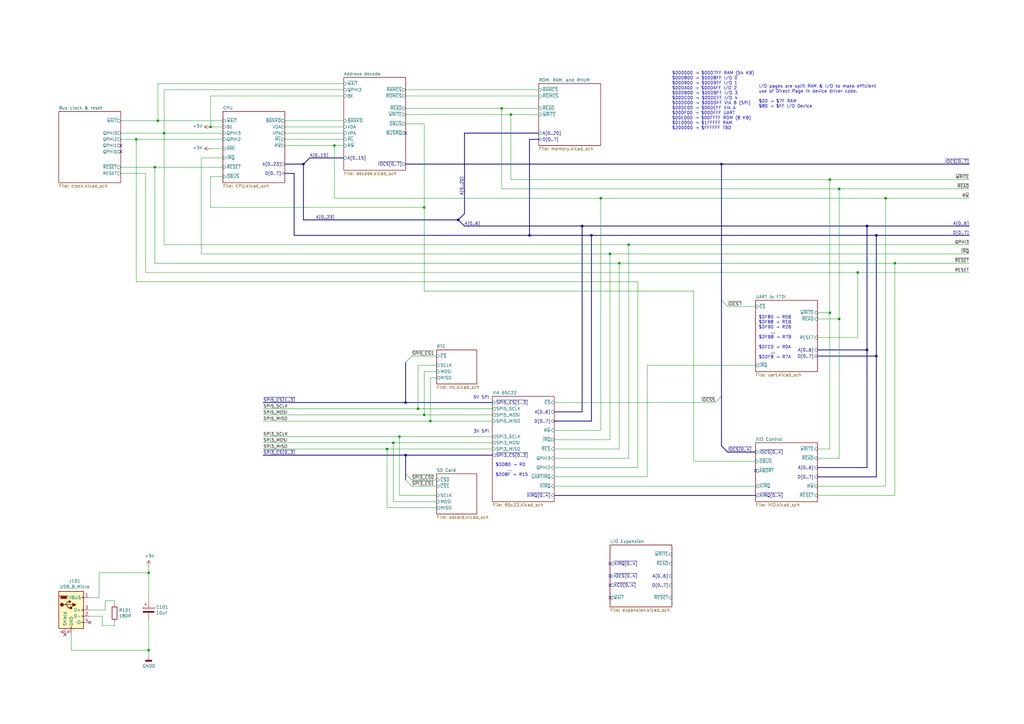
<source format=kicad_sch>
(kicad_sch (version 20211123) (generator eeschema)
  (paper "A3")
  (title_block (title "W65C816S Computer") (date "2020-03-01") (rev "A01") (company "Calle Englund"))
  (lib_symbols
    (symbol "Device:R" (pin_numbers hide) (pin_names (offset 0))
      (property "Reference" "R" (at 2.032 0 90))
      (property "Value" "R" (at 0 0 90))
      (symbol "R_0_1"
        (rectangle (start -1.016 -2.54) (end 1.016 2.54) (stroke (width 0.254)))
      )
      (symbol "R_1_1"
        (pin passive line (at 0 3.81 270) (length 1.27) (name "~") (number "1"))
        (pin passive line (at 0 -3.81 90) (length 1.27) (name "~") (number "2"))
      )
    )
    (symbol "X65C816-rescue:CP-Device" (pin_numbers hide) (pin_names (offset 0.254))
      (property "Reference" "C" (at 0.635 2.54 0))
      (property "Value" "CP-Device" (at 0.635 -2.54 0))
      (symbol "CP-Device_0_1"
        (rectangle (start -2.286 0.508) (end 2.286 1.016))
        (polyline (pts (xy -1.778 2.286) (xy -0.762 2.286)))
        (polyline (pts (xy -1.27 2.794) (xy -1.27 1.778)))
        (rectangle (start 2.286 -0.508) (end -2.286 -1.016) (fill (type outline)))
      )
      (symbol "CP-Device_1_1"
        (pin passive line (at 0 3.81 270) (length 2.794) (name "~") (number "1"))
        (pin passive line (at 0 -3.81 90) (length 2.794) (name "~") (number "2"))
      )
    )
    (symbol "X65C816-rescue:USB_B_Micro-Connector" (pin_names (offset 1.016))
      (property "Reference" "J" (at -5.08 11.43 0))
      (property "Value" "USB_B_Micro-Connector" (at -5.08 8.89 0))
      (symbol "USB_B_Micro-Connector_0_1"
        (rectangle (start -5.08 -7.62) (end 5.08 7.62) (stroke (width 0.254)) (fill (type background)))
        (circle (center -3.81 2.159) (radius 0.635) (stroke (width 0.254)) (fill (type outline)))
        (circle (center -0.635 3.429) (radius 0.381) (stroke (width 0.254)) (fill (type outline)))
        (rectangle (start -0.127 -7.62) (end 0.127 -6.858))
        (polyline (pts (xy -1.905 2.159) (xy 0.635 2.159)) (stroke (width 0.254)))
        (polyline (pts (xy -3.175 2.159) (xy -2.54 2.159) (xy -1.27 3.429) (xy -0.635 3.429)) (stroke (width 0.254)))
        (polyline (pts (xy -2.54 2.159) (xy -1.905 2.159) (xy -1.27 0.889) (xy 0 0.889)) (stroke (width 0.254)))
        (polyline (pts (xy 0.635 2.794) (xy 0.635 1.524) (xy 1.905 2.159) (xy 0.635 2.794)) (stroke (width 0.254)) (fill (type outline)))
        (polyline (pts (xy -4.318 5.588) (xy -1.778 5.588) (xy -2.032 4.826) (xy -4.064 4.826) (xy -4.318 5.588)) (fill (type outline)))
        (polyline (pts (xy -4.699 5.842) (xy -4.699 5.588) (xy -4.445 4.826) (xy -4.445 4.572) (xy -1.651 4.572) (xy -1.651 4.826) (xy -1.397 5.588) (xy -1.397 5.842) (xy -4.699 5.842)))
        (rectangle (start 0.254 1.27) (end -0.508 0.508) (stroke (width 0.254)) (fill (type outline)))
        (rectangle (start 5.08 -5.207) (end 4.318 -4.953))
        (rectangle (start 5.08 -2.667) (end 4.318 -2.413))
        (rectangle (start 5.08 -0.127) (end 4.318 0.127))
        (rectangle (start 5.08 4.953) (end 4.318 5.207))
      )
      (symbol "USB_B_Micro-Connector_1_1"
        (pin power_out line (at 7.62 5.08 180) (length 2.54) (name "VBUS") (number "1"))
        (pin passive line (at 7.62 -2.54 180) (length 2.54) (name "D-") (number "2"))
        (pin passive line (at 7.62 0 180) (length 2.54) (name "D+") (number "3"))
        (pin passive line (at 7.62 -5.08 180) (length 2.54) (name "ID") (number "4"))
        (pin power_out line (at 0 -10.16 90) (length 2.54) (name "GND") (number "5"))
        (pin passive line (at -2.54 -10.16 90) (length 2.54) (name "Shield") (number "6"))
      )
    )
    (symbol "power:+5V" (power) (pin_names (offset 0))
      (property "Value" "+5V" (at 0 3.556 0))
      (symbol "+5V_0_1"
        (polyline (pts (xy -0.762 1.27) (xy 0 2.54)))
        (polyline (pts (xy 0 0) (xy 0 2.54)))
        (polyline (pts (xy 0 2.54) (xy 0.762 1.27)))
      )
      (symbol "+5V_1_1"
        (pin power_in line (at 0 0 90) (length 0) hide (name "+5V") (number "1"))
      )
    )
    (symbol "power:GNDD" (power) (pin_names (offset 0))
      (property "Value" "GNDD" (at 0 -3.175 0))
      (symbol "GNDD_0_1"
        (rectangle (start -1.27 -1.524) (end 1.27 -2.032) (stroke (width 0.254)) (fill (type outline)))
        (polyline (pts (xy 0 0) (xy 0 -1.524)))
      )
      (symbol "GNDD_1_1"
        (pin power_in line (at 0 0 270) (length 0) hide (name "GNDD") (number "1"))
      )
    )
  )
  (junction (at 355.6 143.51))
  (junction (at 63.5 68.58))
  (junction (at 351.79 111.76))
  (junction (at 363.22 81.28))
  (junction (at 60.96 266.7))
  (junction (at 86.36 52.07))
  (junction (at 209.55 46.99))
  (junction (at 242.57 96.52))
  (junction (at 344.17 77.47))
  (junction (at 166.37 186.69))
  (junction (at 161.29 181.61))
  (junction (at 340.36 128.27))
  (junction (at 254 107.95))
  (junction (at 367.03 107.95))
  (junction (at 67.31 54.61))
  (junction (at 250.19 104.14))
  (junction (at 176.53 172.72))
  (junction (at 355.6 92.71))
  (junction (at 64.77 49.53))
  (junction (at 187.96 90.17))
  (junction (at 246.38 81.28))
  (junction (at 359.41 146.05))
  (junction (at 257.81 100.33))
  (junction (at 340.36 73.66))
  (junction (at 166.37 165.1))
  (junction (at 137.16 59.69))
  (junction (at 295.91 67.31))
  (junction (at 124.46 67.31))
  (junction (at 163.83 179.07))
  (junction (at 171.45 167.64))
  (junction (at 205.74 44.45))
  (junction (at 158.75 184.15))
  (junction (at 238.76 92.71))
  (junction (at 359.41 96.52))
  (junction (at 173.99 85.09))
  (junction (at 173.99 170.18))
  (junction (at 217.17 96.52))
  (junction (at 344.17 130.81))
  (junction (at 55.88 57.15))
  (junction (at 60.96 234.95))
  (no_connect (at 250.19 236.22))
  (no_connect (at 49.53 62.23))
  (no_connect (at 49.53 59.69))
  (no_connect (at 250.19 231.14))
  (no_connect (at 26.67 260.35))
  (no_connect (at 250.19 240.03))
  (no_connect (at 250.19 245.11))
  (no_connect (at 309.88 193.04))
  (no_connect (at 166.37 54.61))
  (no_connect (at 36.83 255.27))
  (bus_entry (at 166.37 194.31) (size 2.54 2.54))
  (bus_entry (at 166.37 196.85) (size 2.54 2.54))
  (bus_entry (at 295.91 123.19) (size 2.54 2.54))
  (bus_entry (at 293.37 165.1) (size 2.54 -2.54))
  (bus_entry (at 168.91 146.05) (size -2.54 2.54))
  (bus (pts (xy 190.5 87.63) (xy 190.5 54.61)))
  (wire (pts (xy 351.79 138.43) (xy 351.79 111.76)))
  (bus (pts (xy 124.46 67.31) (xy 124.46 90.17)))
  (bus (pts (xy 217.17 96.52) (xy 242.57 96.52)))
  (wire (pts (xy 140.97 52.07) (xy 116.84 52.07)))
  (wire (pts (xy 363.22 81.28) (xy 397.51 81.28)))
  (wire (pts (xy 179.07 146.05) (xy 168.91 146.05)))
  (wire (pts (xy 220.98 46.99) (xy 209.55 46.99)))
  (wire (pts (xy 36.83 250.19) (xy 43.18 250.19)))
  (wire (pts (xy 284.48 119.38) (xy 284.48 189.23)))
  (wire (pts (xy 91.44 52.07) (xy 86.36 52.07)))
  (wire (pts (xy 173.99 50.8) (xy 166.37 50.8)))
  (bus (pts (xy 220.98 57.15) (xy 217.17 57.15)))
  (bus (pts (xy 120.65 96.52) (xy 217.17 96.52)))
  (wire (pts (xy 257.81 187.96) (xy 227.33 187.96)))
  (wire (pts (xy 137.16 59.69) (xy 140.97 59.69)))
  (wire (pts (xy 335.28 130.81) (xy 344.17 130.81)))
  (wire (pts (xy 161.29 205.74) (xy 179.07 205.74)))
  (wire (pts (xy 86.36 85.09) (xy 173.99 85.09)))
  (wire (pts (xy 205.74 77.47) (xy 344.17 77.47)))
  (wire (pts (xy 254 107.95) (xy 367.03 107.95)))
  (bus (pts (xy 295.91 162.56) (xy 295.91 182.88)))
  (bus (pts (xy 187.96 90.17) (xy 190.5 87.63)))
  (bus (pts (xy 335.28 146.05) (xy 359.41 146.05)))
  (bus (pts (xy 217.17 57.15) (xy 217.17 96.52)))
  (wire (pts (xy 116.84 49.53) (xy 140.97 49.53)))
  (wire (pts (xy 254 107.95) (xy 254 184.15)))
  (wire (pts (xy 179.07 152.4) (xy 173.99 152.4)))
  (wire (pts (xy 91.44 72.39) (xy 86.36 72.39)))
  (wire (pts (xy 107.95 172.72) (xy 176.53 172.72)))
  (wire (pts (xy 91.44 54.61) (xy 67.31 54.61)))
  (bus (pts (xy 107.95 165.1) (xy 166.37 165.1)))
  (bus (pts (xy 116.84 71.12) (xy 120.65 71.12)))
  (wire (pts (xy 209.55 73.66) (xy 340.36 73.66)))
  (wire (pts (xy 60.96 234.95) (xy 60.96 246.38)))
  (bus (pts (xy 359.41 96.52) (xy 397.51 96.52)))
  (wire (pts (xy 344.17 130.81) (xy 344.17 77.47)))
  (wire (pts (xy 344.17 77.47) (xy 397.51 77.47)))
  (wire (pts (xy 46.99 255.27) (xy 46.99 256.54)))
  (bus (pts (xy 242.57 96.52) (xy 359.41 96.52)))
  (wire (pts (xy 284.48 119.38) (xy 173.99 119.38)))
  (wire (pts (xy 309.88 125.73) (xy 298.45 125.73)))
  (wire (pts (xy 205.74 44.45) (xy 220.98 44.45)))
  (wire (pts (xy 63.5 107.95) (xy 254 107.95)))
  (wire (pts (xy 205.74 44.45) (xy 205.74 77.47)))
  (wire (pts (xy 209.55 46.99) (xy 209.55 73.66)))
  (bus (pts (xy 227.33 203.2) (xy 309.88 203.2)))
  (bus (pts (xy 190.5 92.71) (xy 238.76 92.71)))
  (wire (pts (xy 261.62 191.77) (xy 261.62 115.57)))
  (wire (pts (xy 40.64 234.95) (xy 60.96 234.95)))
  (bus (pts (xy 107.95 186.69) (xy 166.37 186.69)))
  (wire (pts (xy 86.36 72.39) (xy 86.36 85.09)))
  (bus (pts (xy 227.33 168.91) (xy 238.76 168.91)))
  (bus (pts (xy 359.41 146.05) (xy 359.41 195.58)))
  (wire (pts (xy 171.45 149.86) (xy 171.45 167.64)))
  (wire (pts (xy 46.99 246.38) (xy 46.99 247.65)))
  (wire (pts (xy 158.75 184.15) (xy 158.75 208.28)))
  (wire (pts (xy 41.91 256.54) (xy 41.91 252.73)))
  (wire (pts (xy 36.83 245.11) (xy 40.64 245.11)))
  (wire (pts (xy 59.69 111.76) (xy 351.79 111.76)))
  (bus (pts (xy 220.98 54.61) (xy 190.5 54.61)))
  (bus (pts (xy 295.91 67.31) (xy 295.91 123.19)))
  (wire (pts (xy 140.97 34.29) (xy 64.77 34.29)))
  (wire (pts (xy 250.19 104.14) (xy 397.51 104.14)))
  (wire (pts (xy 209.55 46.99) (xy 166.37 46.99)))
  (wire (pts (xy 86.36 39.37) (xy 140.97 39.37)))
  (wire (pts (xy 140.97 36.83) (xy 67.31 36.83)))
  (wire (pts (xy 163.83 179.07) (xy 107.95 179.07)))
  (wire (pts (xy 137.16 81.28) (xy 246.38 81.28)))
  (bus (pts (xy 120.65 71.12) (xy 120.65 96.52)))
  (wire (pts (xy 309.88 189.23) (xy 284.48 189.23)))
  (wire (pts (xy 91.44 68.58) (xy 63.5 68.58)))
  (wire (pts (xy 309.88 199.39) (xy 227.33 199.39)))
  (wire (pts (xy 116.84 59.69) (xy 137.16 59.69)))
  (wire (pts (xy 168.91 196.85) (xy 179.07 196.85)))
  (wire (pts (xy 166.37 44.45) (xy 205.74 44.45)))
  (bus (pts (xy 335.28 143.51) (xy 355.6 143.51)))
  (wire (pts (xy 363.22 199.39) (xy 335.28 199.39)))
  (bus (pts (xy 116.84 67.31) (xy 124.46 67.31)))
  (wire (pts (xy 59.69 71.12) (xy 59.69 111.76)))
  (wire (pts (xy 176.53 172.72) (xy 201.93 172.72)))
  (bus (pts (xy 166.37 194.31) (xy 166.37 196.85)))
  (wire (pts (xy 344.17 130.81) (xy 344.17 187.96)))
  (bus (pts (xy 355.6 143.51) (xy 355.6 191.77)))
  (wire (pts (xy 161.29 181.61) (xy 201.93 181.61)))
  (wire (pts (xy 41.91 252.73) (xy 36.83 252.73)))
  (wire (pts (xy 158.75 208.28) (xy 179.07 208.28)))
  (wire (pts (xy 107.95 167.64) (xy 171.45 167.64)))
  (wire (pts (xy 344.17 187.96) (xy 335.28 187.96)))
  (wire (pts (xy 91.44 60.96) (xy 86.36 60.96)))
  (wire (pts (xy 60.96 232.41) (xy 60.96 234.95)))
  (bus (pts (xy 124.46 67.31) (xy 127 64.77)))
  (wire (pts (xy 107.95 170.18) (xy 173.99 170.18)))
  (wire (pts (xy 158.75 184.15) (xy 201.93 184.15)))
  (wire (pts (xy 60.96 269.24) (xy 60.96 266.7)))
  (wire (pts (xy 49.53 57.15) (xy 55.88 57.15)))
  (wire (pts (xy 163.83 179.07) (xy 163.83 203.2)))
  (wire (pts (xy 161.29 181.61) (xy 161.29 205.74)))
  (wire (pts (xy 40.64 245.11) (xy 40.64 234.95)))
  (bus (pts (xy 355.6 92.71) (xy 397.51 92.71)))
  (wire (pts (xy 168.91 199.39) (xy 179.07 199.39)))
  (wire (pts (xy 163.83 203.2) (xy 179.07 203.2)))
  (wire (pts (xy 67.31 36.83) (xy 67.31 54.61)))
  (wire (pts (xy 137.16 59.69) (xy 137.16 81.28)))
  (wire (pts (xy 116.84 54.61) (xy 140.97 54.61)))
  (wire (pts (xy 340.36 128.27) (xy 340.36 73.66)))
  (bus (pts (xy 242.57 96.52) (xy 242.57 172.72)))
  (bus (pts (xy 127 64.77) (xy 140.97 64.77)))
  (wire (pts (xy 49.53 71.12) (xy 59.69 71.12)))
  (wire (pts (xy 250.19 104.14) (xy 250.19 180.34)))
  (wire (pts (xy 171.45 167.64) (xy 201.93 167.64)))
  (wire (pts (xy 173.99 85.09) (xy 173.99 50.8)))
  (wire (pts (xy 179.07 154.94) (xy 176.53 154.94)))
  (wire (pts (xy 67.31 100.33) (xy 257.81 100.33)))
  (wire (pts (xy 43.18 250.19) (xy 43.18 246.38)))
  (wire (pts (xy 246.38 81.28) (xy 246.38 176.53)))
  (wire (pts (xy 176.53 154.94) (xy 176.53 172.72)))
  (bus (pts (xy 166.37 186.69) (xy 166.37 194.31)))
  (bus (pts (xy 166.37 148.59) (xy 166.37 165.1)))
  (wire (pts (xy 265.43 149.86) (xy 309.88 149.86)))
  (wire (pts (xy 91.44 49.53) (xy 64.77 49.53)))
  (wire (pts (xy 367.03 107.95) (xy 367.03 203.2)))
  (bus (pts (xy 295.91 67.31) (xy 397.51 67.31)))
  (wire (pts (xy 351.79 111.76) (xy 397.51 111.76)))
  (wire (pts (xy 46.99 256.54) (xy 41.91 256.54)))
  (wire (pts (xy 340.36 73.66) (xy 397.51 73.66)))
  (wire (pts (xy 67.31 54.61) (xy 49.53 54.61)))
  (wire (pts (xy 257.81 100.33) (xy 397.51 100.33)))
  (wire (pts (xy 265.43 195.58) (xy 227.33 195.58)))
  (wire (pts (xy 265.43 149.86) (xy 265.43 195.58)))
  (wire (pts (xy 227.33 184.15) (xy 254 184.15)))
  (wire (pts (xy 220.98 36.83) (xy 166.37 36.83)))
  (wire (pts (xy 246.38 81.28) (xy 363.22 81.28)))
  (wire (pts (xy 29.21 266.7) (xy 60.96 266.7)))
  (wire (pts (xy 55.88 57.15) (xy 91.44 57.15)))
  (bus (pts (xy 238.76 92.71) (xy 238.76 168.91)))
  (wire (pts (xy 227.33 191.77) (xy 261.62 191.77)))
  (wire (pts (xy 64.77 49.53) (xy 49.53 49.53)))
  (bus (pts (xy 227.33 172.72) (xy 242.57 172.72)))
  (bus (pts (xy 166.37 67.31) (xy 295.91 67.31)))
  (bus (pts (xy 295.91 123.19) (xy 295.91 162.56)))
  (wire (pts (xy 43.18 246.38) (xy 46.99 246.38)))
  (wire (pts (xy 82.55 104.14) (xy 250.19 104.14)))
  (wire (pts (xy 86.36 39.37) (xy 86.36 52.07)))
  (wire (pts (xy 63.5 68.58) (xy 49.53 68.58)))
  (wire (pts (xy 29.21 260.35) (xy 29.21 266.7)))
  (bus (pts (xy 359.41 195.58) (xy 335.28 195.58)))
  (wire (pts (xy 173.99 152.4) (xy 173.99 170.18)))
  (wire (pts (xy 158.75 184.15) (xy 107.95 184.15)))
  (wire (pts (xy 367.03 107.95) (xy 397.51 107.95)))
  (wire (pts (xy 55.88 57.15) (xy 55.88 115.57)))
  (wire (pts (xy 340.36 128.27) (xy 340.36 184.15)))
  (wire (pts (xy 64.77 34.29) (xy 64.77 49.53)))
  (bus (pts (xy 166.37 186.69) (xy 201.93 186.69)))
  (wire (pts (xy 166.37 39.37) (xy 220.98 39.37)))
  (wire (pts (xy 335.28 128.27) (xy 340.36 128.27)))
  (bus (pts (xy 238.76 92.71) (xy 355.6 92.71)))
  (bus (pts (xy 124.46 90.17) (xy 187.96 90.17)))
  (bus (pts (xy 187.96 90.17) (xy 190.5 92.71)))
  (wire (pts (xy 367.03 203.2) (xy 335.28 203.2)))
  (wire (pts (xy 173.99 170.18) (xy 201.93 170.18)))
  (bus (pts (xy 309.88 185.42) (xy 298.45 185.42)))
  (wire (pts (xy 227.33 165.1) (xy 293.37 165.1)))
  (bus (pts (xy 335.28 191.77) (xy 355.6 191.77)))
  (wire (pts (xy 363.22 81.28) (xy 363.22 199.39)))
  (wire (pts (xy 67.31 54.61) (xy 67.31 100.33)))
  (wire (pts (xy 163.83 179.07) (xy 201.93 179.07)))
  (wire (pts (xy 63.5 68.58) (xy 63.5 107.95)))
  (wire (pts (xy 161.29 181.61) (xy 107.95 181.61)))
  (wire (pts (xy 227.33 180.34) (xy 250.19 180.34)))
  (wire (pts (xy 91.44 64.77) (xy 82.55 64.77)))
  (wire (pts (xy 227.33 176.53) (xy 246.38 176.53)))
  (wire (pts (xy 55.88 115.57) (xy 261.62 115.57)))
  (bus (pts (xy 166.37 165.1) (xy 201.93 165.1)))
  (wire (pts (xy 179.07 149.86) (xy 171.45 149.86)))
  (bus (pts (xy 295.91 182.88) (xy 298.45 185.42)))
  (wire (pts (xy 140.97 57.15) (xy 116.84 57.15)))
  (wire (pts (xy 173.99 119.38) (xy 173.99 85.09)))
  (wire (pts (xy 340.36 184.15) (xy 335.28 184.15)))
  (wire (pts (xy 82.55 64.77) (xy 82.55 104.14)))
  (wire (pts (xy 257.81 100.33) (xy 257.81 187.96)))
  (wire (pts (xy 335.28 138.43) (xy 351.79 138.43)))
  (wire (pts (xy 60.96 254) (xy 60.96 266.7)))
  (bus (pts (xy 359.41 146.05) (xy 359.41 96.52)))
  (bus (pts (xy 355.6 92.71) (xy 355.6 143.51)))
  (text "$000000 → $00D7FF RAM (54 KB)\n$00D800 → $00D8FF I/O 0\n$00D900 → $00D9FF I/O 1\n$00DA00 → $00DAFF I/O 2\n$00DB00 → $00DBFF I/O 3\n$00DC00 → $00DCFF I/O 4\n$00DD00 → $00DDFF VIA B (SPI)\n$00DE00 → $00DEFF VIA A\n$00DF00 → $00DFFF UART\n$00E000 → $00FFFF ROM (8 KB)\n$010000 → $1FFFFF RAM\n$200000 → $FFFFFF TBD" (at 275.59 53.34 0) (effects (font (size 1.27 1.27)) (justify left bottom)))
  (text "5V SPI" (at 200.66 163.83 180) (effects (font (size 1.27 1.27)) (justify right bottom)))
  (text "$DD80 → R0\n     …\n$DD8F → R15" (at 203.2 195.58 0) (effects (font (size 1.27 1.27)) (justify left bottom)))
  (text "I/O pages are split RAM & I/O to make efficient \nuse of Direct Page in device driver code.\n\n$00 → $7F RAM\n$80 → $FF I/O Device" (at 311.15 44.45 0) (effects (font (size 1.27 1.27)) (justify left bottom)))
  (text "$DF80 → R0B\n$DF88 → R1B\n$DF90 → R2B\n     …\n$DFB8 → R7B\n\n$DFC0 → R0A\n     …\n$DDF8 → R7A" (at 311.15 147.32 0) (effects (font (size 1.27 1.27)) (justify left bottom)))
  (text "3V SPI" (at 200.66 177.8 180) (effects (font (size 1.27 1.27)) (justify right bottom)))
  (label "~{SPI3_CS0}" (at 168.91 196.85 0))
  (label "~{IOCS[0..7]}" (at 397.51 67.31 180))
  (label "SPI5_MOSI" (at 107.95 170.18 0))
  (label "~{IOCS7}" (at 298.45 125.73 0))
  (label "A[0..23]" (at 129.54 90.17 0))
  (label "SPI5_SCLK" (at 107.95 167.64 0))
  (label "~{IRQ}" (at 397.51 104.14 180))
  (label "~{SPI3_CS[0..3]}" (at 107.95 186.69 0))
  (label "D[0..7]" (at 397.51 96.52 180))
  (label "SPI3_MISO" (at 107.95 184.15 0))
  (label "~{SPI5_CS[1..3]}" (at 107.95 165.1 0))
  (label "~{READ}" (at 397.51 77.47 180))
  (label "A[0..6]" (at 190.5 92.71 0))
  (label "~{WRITE}" (at 397.51 73.66 180))
  (label "QPHI3" (at 397.51 100.33 180))
  (label "SPI3_SCLK" (at 107.95 179.07 0))
  (label "R~{W}" (at 397.51 81.28 180))
  (label "RESET" (at 397.51 111.76 180))
  (label "~{IOCS[0..4]}" (at 298.45 185.42 0))
  (label "A[0..15]" (at 127 64.77 0))
  (label "~{RESET}" (at 397.51 107.95 180))
  (label "~{SPI3_CS1}" (at 168.91 199.39 0))
  (label "SPI5_MISO" (at 107.95 172.72 0))
  (label "SPI3_MOSI" (at 107.95 181.61 0))
  (label "A[0..6]" (at 397.51 92.71 180))
  (label "A[0..20]" (at 190.5 80.01 90))
  (label "~{SPI5_CS1}" (at 168.91 146.05 0))
  (label "~{IOCS5}" (at 293.37 165.1 180))
  (symbol (lib_id "X65C816-rescue:CP-Device") (at 60.96 250.19 0) (unit 1)
    (property "Reference" "C101" (at 63.9572 249.0216 0) (effects (justify left)))
    (property "Value" "10uF" (at 63.9572 251.333 0) (effects (justify left)))
    (property "Footprint" "Capacitor_Tantalum_SMD:CP_EIA-7360-38_Kemet-E_Pad2.25x4.25mm_HandSolder" (effects hide))
  )
  (symbol (lib_id "X65C816-rescue:USB_B_Micro-Connector") (at 29.21 250.19 0) (unit 1)
    (property "Reference" "J101" (at 30.6578 238.3282 0))
    (property "Value" "USB_B_Micro" (at 30.6578 240.6396 0))
    (property "Footprint" "Connector_USB:USB_Micro-B_Molex-105017-0001" (effects hide))
  )
  (symbol (lib_id "Device:R") (at 46.99 251.46 0) (unit 1)
    (property "Reference" "R101" (at 48.768 250.2916 0) (effects (justify left)))
    (property "Value" "180R" (at 48.768 252.603 0) (effects (justify left)))
    (property "Footprint" "Resistor_SMD:R_0805_2012Metric_Pad1.15x1.40mm_HandSolder" (effects hide))
  )
  (symbol (lib_id "power:+5V") (at 60.96 232.41 0) (unit 1)
    (property "Reference" "#PWR0101" (effects hide))
    (property "Value" "+5V" (at 61.341 228.0158 0))
  )
  (symbol (lib_id "power:GNDD") (at 60.96 269.24 0) (unit 1)
    (property "Reference" "#PWR0102" (effects hide))
    (property "Value" "GNDD" (at 61.0616 273.177 0))
  )
  (symbol (lib_id "power:+5V") (at 86.36 60.96 90) (unit 1)
    (property "Reference" "#PWR0103" (effects hide))
    (property "Value" "+5V" (at 83.1088 60.579 90) (effects (justify left)))
  )
  (symbol (lib_id "power:+5V") (at 86.36 52.07 90) (unit 1)
    (property "Reference" "#PWR0104" (effects hide))
    (property "Value" "+5V" (at 83.1088 51.689 90) (effects (justify left)))
  )
  (sheet (at 24.13 45.72) (size 25.4 29.21)
    (property "Sheet name" "Bus clock & reset" (at 24.13 45.0084 0) (effects (justify left bottom)))
    (property "Sheet file" "clock.kicad_sch" (at 24.13 75.5146 0) (effects (justify left top)))
    (pin "~{WAIT}" output (at 49.53 49.53 0))
    (pin "QPHI3" output (at 49.53 54.61 0))
    (pin "QPHI2" output (at 49.53 57.15 0))
    (pin "QPHI1" output (at 49.53 59.69 0))
    (pin "QPHI0" output (at 49.53 62.23 0))
    (pin "~{RESET}" output (at 49.53 68.58 0))
    (pin "RESET" output (at 49.53 71.12 0))
  )
  (sheet (at 91.44 45.72) (size 25.4 29.21)
    (property "Sheet name" "CPU" (at 91.44 45.0084 0) (effects (justify left bottom)))
    (property "Sheet file" "CPU.kicad_sch" (at 91.44 75.5146 0) (effects (justify left top)))
    (pin "D[0..7]" bidirectional (at 116.84 71.12 0))
    (pin "~{RESET}" input (at 91.44 68.58 180))
    (pin "~{NMI}" input (at 91.44 60.96 180))
    (pin "~{IRQ}" input (at 91.44 64.77 180))
    (pin "A[0..23]" output (at 116.84 67.31 0))
    (pin "R~{W}" output (at 116.84 59.69 0))
    (pin "~{BANK0}" output (at 116.84 49.53 0))
    (pin "QPHI3" input (at 91.44 54.61 180))
    (pin "QPHI2" input (at 91.44 57.15 180))
    (pin "~{WAIT}" input (at 91.44 49.53 180))
    (pin "BE" input (at 91.44 52.07 180))
    (pin "~{ML}" output (at 116.84 57.15 0))
    (pin "VDA" output (at 116.84 52.07 0))
    (pin "VPA" output (at 116.84 54.61 0))
    (pin "~{DBUS}" input (at 91.44 72.39 180))
  )
  (sheet (at 201.93 162.56) (size 25.4 43.18)
    (property "Sheet name" "VIA 65C22" (at 201.93 161.8484 0) (effects (justify left bottom)))
    (property "Sheet file" "65c22.kicad_sch" (at 201.93 206.3246 0) (effects (justify left top)))
    (pin "SPI3_MISO" input (at 201.93 184.15 180))
    (pin "SPI3_SCLK" output (at 201.93 179.07 180))
    (pin "SPI3_MOSI" output (at 201.93 181.61 180))
    (pin "QPHI3" input (at 227.33 187.96 0))
    (pin "~{RES}" input (at 227.33 184.15 0))
    (pin "~{IRQ}" output (at 227.33 180.34 0))
    (pin "R~{W}" input (at 227.33 176.53 0))
    (pin "~{CS}" input (at 227.33 165.1 0))
    (pin "A[0..6]" input (at 227.33 168.91 0))
    (pin "D[0..7]" bidirectional (at 227.33 172.72 0))
    (pin "SPI5_SCLK" output (at 201.93 167.64 180))
    (pin "SPI5_MOSI" output (at 201.93 170.18 180))
    (pin "SPI5_MISO" input (at 201.93 172.72 180))
    (pin "~{SPI5_CS[1..3]}" input (at 201.93 165.1 180))
    (pin "~{SPI3_CS[0..3]}" output (at 201.93 186.69 180))
    (pin "QPHI2" input (at 227.33 191.77 0))
    (pin "~{UARTIRQ}" input (at 227.33 195.58 0))
    (pin "~{XIRQ}" input (at 227.33 199.39 0))
    (pin "~{XIRQ[0..4]}" input (at 227.33 203.2 0))
  )
  (sheet (at 140.97 31.75) (size 25.4 38.1)
    (property "Sheet name" "Address decode" (at 140.97 31.0384 0) (effects (justify left bottom)))
    (property "Sheet file" "decode.kicad_sch" (at 140.97 70.4346 0) (effects (justify left top)))
    (pin "~{RAMCS}" output (at 166.37 36.83 0))
    (pin "~{ROMCS}" output (at 166.37 39.37 0))
    (pin "A[0..15]" input (at 140.97 64.77 180))
    (pin "~{WAIT}" input (at 140.97 34.29 180))
    (pin "R~{W}" input (at 140.97 59.69 180))
    (pin "~{ML}" input (at 140.97 57.15 180))
    (pin "VDA" input (at 140.97 52.07 180))
    (pin "VPA" input (at 140.97 54.61 180))
    (pin "~{WRITE}" output (at 166.37 46.99 0))
    (pin "~{READ}" output (at 166.37 44.45 0))
    (pin "~{DBUS}" output (at 166.37 50.8 0))
    (pin "~{IOCS[0..7]}" output (at 166.37 67.31 0))
    (pin "~{BUSRQ}" output (at 166.37 54.61 0))
    (pin "BE" input (at 140.97 39.37 180))
    (pin "QPHI3" input (at 140.97 36.83 180))
    (pin "~{BANK0}" input (at 140.97 49.53 180))
  )
  (sheet (at 220.98 34.29) (size 25.4 25.4)
    (property "Sheet name" "ROM, RAM, and RHUM" (at 220.98 33.5784 0) (effects (justify left bottom)))
    (property "Sheet file" "memory.kicad_sch" (at 220.98 60.2746 0) (effects (justify left top)))
    (pin "~{RAMCS}" input (at 220.98 36.83 180))
    (pin "~{READ}" input (at 220.98 44.45 180))
    (pin "~{WRITE}" input (at 220.98 46.99 180))
    (pin "A[0..20]" input (at 220.98 54.61 180))
    (pin "~{ROMCS}" input (at 220.98 39.37 180))
    (pin "D[0..7]" bidirectional (at 220.98 57.15 180))
  )
  (sheet (at 250.19 223.52) (size 25.4 25.4)
    (property "Sheet name" "I/O Expansion" (at 250.19 222.8084 0) (effects (justify left bottom)))
    (property "Sheet file" "expansion.kicad_sch" (at 250.19 249.5046 0) (effects (justify left top)))
    (pin "D[0..7]" input (at 275.59 240.03 0))
    (pin "A[0..6]" input (at 275.59 236.22 0))
    (pin "~{IOCS[0..4]}" input (at 250.19 236.22 180))
    (pin "~{READ}" input (at 275.59 231.14 0))
    (pin "~{WRITE}" input (at 275.59 227.33 0))
    (pin "~{RESET}" input (at 275.59 245.11 0))
    (pin "~{WAIT}" output (at 250.19 245.11 180))
    (pin "~{XIRQ[0..4]}" output (at 250.19 231.14 180))
    (pin "~{XCD[0..4]}" output (at 250.19 240.03 180))
  )
  (sheet (at 309.88 123.19) (size 25.4 29.21)
    (property "Sheet name" "UART to FTDI" (at 309.88 122.4784 0) (effects (justify left bottom)))
    (property "Sheet file" "uart.kicad_sch" (at 309.88 152.9846 0) (effects (justify left top)))
    (pin "~{WRITE}" input (at 335.28 128.27 0))
    (pin "~{READ}" input (at 335.28 130.81 0))
    (pin "~{CS}" input (at 309.88 125.73 180))
    (pin "~{IRQ}" output (at 309.88 149.86 180))
    (pin "RESET" input (at 335.28 138.43 0))
    (pin "A[0..6]" input (at 335.28 143.51 0))
    (pin "D[0..7]" bidirectional (at 335.28 146.05 0))
  )
  (sheet (at 179.07 194.31) (size 16.51 16.51)
    (property "Sheet name" "SD Card" (at 179.07 193.5984 0) (effects (justify left bottom)))
    (property "Sheet file" "sdcard.kicad_sch" (at 179.07 211.4046 0) (effects (justify left top)))
    (pin "~{CS0}" input (at 179.07 196.85 180))
    (pin "SCLK" input (at 179.07 203.2 180))
    (pin "MOSI" input (at 179.07 205.74 180))
    (pin "MISO" output (at 179.07 208.28 180))
    (pin "~{CS1}" input (at 179.07 199.39 180))
  )
  (sheet (at 179.07 143.51) (size 16.51 13.97)
    (property "Sheet name" "RTC" (at 179.07 142.7984 0) (effects (justify left bottom)))
    (property "Sheet file" "rtc.kicad_sch" (at 179.07 158.0646 0) (effects (justify left top)))
    (pin "MISO" output (at 179.07 154.94 180))
    (pin "MOSI" input (at 179.07 152.4 180))
    (pin "SCLK" input (at 179.07 149.86 180))
    (pin "~{CS}" input (at 179.07 146.05 180))
  )
  (sheet (at 309.88 181.61) (size 25.4 24.13)
    (property "Sheet name" "XIO Control" (at 309.88 180.8984 0) (effects (justify left bottom)))
    (property "Sheet file" "XIO.kicad_sch" (at 309.88 206.3246 0) (effects (justify left top)))
    (pin "A[0..6]" input (at 335.28 191.77 0))
    (pin "~{IOCS[0..4]}" input (at 309.88 185.42 180))
    (pin "R~{W}" input (at 335.28 199.39 0))
    (pin "~{DBUS}" input (at 309.88 189.23 180))
    (pin "D[0..7]" input (at 335.28 195.58 0))
    (pin "~{READ}" input (at 335.28 187.96 0))
    (pin "~{WRITE}" input (at 335.28 184.15 0))
    (pin "~{XIRQ[0..4]}" output (at 309.88 203.2 180))
    (pin "~{ABORT}" output (at 309.88 193.04 180))
    (pin "~{XIRQ}" output (at 309.88 199.39 180))
    (pin "~{RESET}" input (at 335.28 203.2 0))
  )
)
</source>
